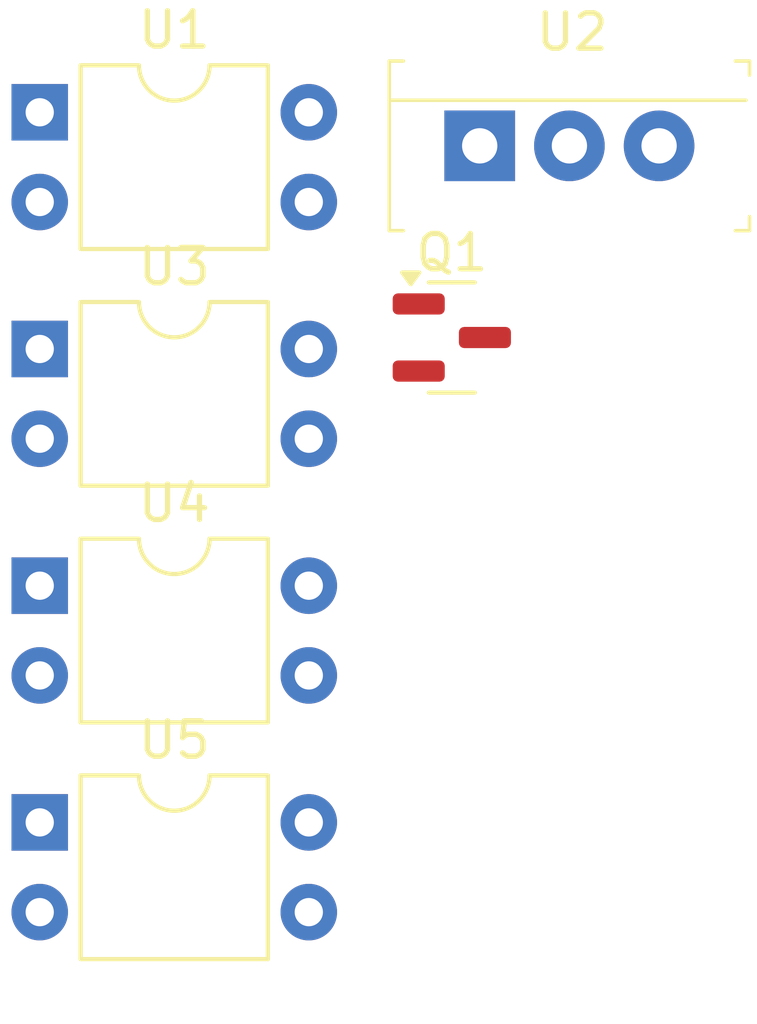
<source format=kicad_pcb>
(kicad_pcb (version 20240108) (generator "pcbnew") (generator_version "8.0")
  (layers (0 "F.Cu" signal) (31 "B.Cu" signal) (34 "B.Paste" user) (35 "F.Paste" user) (36 "B.SilkS" user "B.Silkscreen") (37 "F.SilkS" user "F.Silkscreen") (38 "B.Mask" user) (39 "F.Mask" user) (44 "Edge.Cuts" user))
  (net 0 "")
  (net 1 "/D")
  (net 2 "/12_FAN")
  (net 3 "Net-(Q1-G)")
  (net 4 "GND")
  (net 5 "/B1")
  (net 6 "+12V")
  (net 7 "/5_POS")
  (net 8 "/B2")
  (net 9 "/B3")
  (net 10 "/B4")
  (footprint "Package_DIP:DIP-4_W7.62mm" (layer "F.Cu") (at 116.305 84.835)
    (property "Reference" "U4" (at 3.81 -2.33 0) (layer "F.SilkS"))
    (property "Value" "PC817")
    (fp_line (start 1.16 -1.33) (end 1.16 3.87) (stroke (width 0.12)) (layer "F.SilkS"))
    (fp_line (start 1.16 3.87) (end 6.46 3.87) (stroke (width 0.12)) (layer "F.SilkS"))
    (fp_line (start 2.81 -1.33) (end 1.16 -1.33) (stroke (width 0.12)) (layer "F.SilkS"))
    (fp_line (start 6.46 -1.33) (end 4.81 -1.33) (stroke (width 0.12)) (layer "F.SilkS"))
    (fp_line (start 6.46 3.87) (end 6.46 -1.33) (stroke (width 0.12)) (layer "F.SilkS"))
    (fp_arc (start 4.81 -1.33) (mid 3.81 -0.33) (end 2.81 -1.33) (stroke (width 0.12)) (layer "F.SilkS"))
    (pad "1" thru_hole rect (at 0 0) (size 1.6 1.6) (drill 0.8) (layers "*.Cu" "*.Mask") (net 9 "/B3"))
    (pad "2" thru_hole oval (at 0 2.54) (size 1.6 1.6) (drill 0.8) (layers "*.Cu" "*.Mask") (net 4 "GND"))
    (pad "3" thru_hole oval (at 7.62 2.54) (size 1.6 1.6) (drill 0.8) (layers "*.Cu" "*.Mask") (net 4 "GND"))
    (pad "4" thru_hole oval (at 7.62 0) (size 1.6 1.6) (drill 0.8) (layers "*.Cu" "*.Mask") (net 2 "/12_FAN"))
  )
  (footprint "digikey-footprints:TO-220-3" (layer "F.Cu") (at 128.765 72.385)
    (property "Reference" "U2" (at 2.62 -3.22 0) (layer "F.SilkS"))
    (property "Value" "MC7805CT-BP")
    (fp_line (start -2.56 -2.4) (end -2.56 -2) (stroke (width 0.1)) (layer "F.SilkS"))
    (fp_line (start -2.56 -2.4) (end -2.16 -2.4) (stroke (width 0.1)) (layer "F.SilkS"))
    (fp_line (start -2.56 -1.29) (end 7.54 -1.29) (stroke (width 0.1)) (layer "F.SilkS"))
    (fp_line (start -2.56 2.4) (end -2.56 -2) (stroke (width 0.1)) (layer "F.SilkS"))
    (fp_line (start -2.56 2.4) (end -2.16 2.4) (stroke (width 0.1)) (layer "F.SilkS"))
    (fp_line (start 7.24 -2.4) (end 7.64 -2.4) (stroke (width 0.1)) (layer "F.SilkS"))
    (fp_line (start 7.64 -2.4) (end 7.64 -2) (stroke (width 0.1)) (layer "F.SilkS"))
    (fp_line (start 7.64 2.4) (end 7.24 2.4) (stroke (width 0.1)) (layer "F.SilkS"))
    (fp_line (start 7.64 2.4) (end 7.64 2) (stroke (width 0.1)) (layer "F.SilkS"))
    (pad "1" thru_hole rect (at 0 0) (size 2 2) (drill 1) (layers "*.Cu" "*.Mask") (net 7 "/5_POS"))
    (pad "2" thru_hole circle (at 2.54 0) (size 2 2) (drill 1) (layers "*.Cu" "*.Mask") (net 4 "GND"))
    (pad "3" thru_hole circle (at 5.08 0) (size 2 2) (drill 1) (layers "*.Cu" "*.Mask") (net 6 "+12V"))
  )
  (footprint "Package_DIP:DIP-4_W7.62mm" (layer "F.Cu") (at 116.305 78.135)
    (property "Reference" "U3" (at 3.81 -2.33 0) (layer "F.SilkS"))
    (property "Value" "PC817")
    (fp_line (start 1.16 -1.33) (end 1.16 3.87) (stroke (width 0.12)) (layer "F.SilkS"))
    (fp_line (start 1.16 3.87) (end 6.46 3.87) (stroke (width 0.12)) (layer "F.SilkS"))
    (fp_line (start 2.81 -1.33) (end 1.16 -1.33) (stroke (width 0.12)) (layer "F.SilkS"))
    (fp_line (start 6.46 -1.33) (end 4.81 -1.33) (stroke (width 0.12)) (layer "F.SilkS"))
    (fp_line (start 6.46 3.87) (end 6.46 -1.33) (stroke (width 0.12)) (layer "F.SilkS"))
    (fp_arc (start 4.81 -1.33) (mid 3.81 -0.33) (end 2.81 -1.33) (stroke (width 0.12)) (layer "F.SilkS"))
    (pad "1" thru_hole rect (at 0 0) (size 1.6 1.6) (drill 0.8) (layers "*.Cu" "*.Mask") (net 8 "/B2"))
    (pad "2" thru_hole oval (at 0 2.54) (size 1.6 1.6) (drill 0.8) (layers "*.Cu" "*.Mask") (net 4 "GND"))
    (pad "3" thru_hole oval (at 7.62 2.54) (size 1.6 1.6) (drill 0.8) (layers "*.Cu" "*.Mask") (net 4 "GND"))
    (pad "4" thru_hole oval (at 7.62 0) (size 1.6 1.6) (drill 0.8) (layers "*.Cu" "*.Mask") (net 2 "/12_FAN"))
  )
  (footprint "Package_DIP:DIP-4_W7.62mm" (layer "F.Cu") (at 116.305 91.535)
    (property "Reference" "U5" (at 3.81 -2.33 0) (layer "F.SilkS"))
    (property "Value" "PC817")
    (fp_line (start 1.16 -1.33) (end 1.16 3.87) (stroke (width 0.12)) (layer "F.SilkS"))
    (fp_line (start 1.16 3.87) (end 6.46 3.87) (stroke (width 0.12)) (layer "F.SilkS"))
    (fp_line (start 2.81 -1.33) (end 1.16 -1.33) (stroke (width 0.12)) (layer "F.SilkS"))
    (fp_line (start 6.46 -1.33) (end 4.81 -1.33) (stroke (width 0.12)) (layer "F.SilkS"))
    (fp_line (start 6.46 3.87) (end 6.46 -1.33) (stroke (width 0.12)) (layer "F.SilkS"))
    (fp_arc (start 4.81 -1.33) (mid 3.81 -0.33) (end 2.81 -1.33) (stroke (width 0.12)) (layer "F.SilkS"))
    (pad "1" thru_hole rect (at 0 0) (size 1.6 1.6) (drill 0.8) (layers "*.Cu" "*.Mask") (net 10 "/B4"))
    (pad "2" thru_hole oval (at 0 2.54) (size 1.6 1.6) (drill 0.8) (layers "*.Cu" "*.Mask") (net 4 "GND"))
    (pad "3" thru_hole oval (at 7.62 2.54) (size 1.6 1.6) (drill 0.8) (layers "*.Cu" "*.Mask") (net 4 "GND"))
    (pad "4" thru_hole oval (at 7.62 0) (size 1.6 1.6) (drill 0.8) (layers "*.Cu" "*.Mask") (net 2 "/12_FAN"))
  )
  (footprint "Package_DIP:DIP-4_W7.62mm" (layer "F.Cu") (at 116.305 71.435)
    (property "Reference" "U1" (at 3.81 -2.33 0) (layer "F.SilkS"))
    (property "Value" "PC817")
    (fp_line (start 1.16 -1.33) (end 1.16 3.87) (stroke (width 0.12)) (layer "F.SilkS"))
    (fp_line (start 1.16 3.87) (end 6.46 3.87) (stroke (width 0.12)) (layer "F.SilkS"))
    (fp_line (start 2.81 -1.33) (end 1.16 -1.33) (stroke (width 0.12)) (layer "F.SilkS"))
    (fp_line (start 6.46 -1.33) (end 4.81 -1.33) (stroke (width 0.12)) (layer "F.SilkS"))
    (fp_line (start 6.46 3.87) (end 6.46 -1.33) (stroke (width 0.12)) (layer "F.SilkS"))
    (fp_arc (start 4.81 -1.33) (mid 3.81 -0.33) (end 2.81 -1.33) (stroke (width 0.12)) (layer "F.SilkS"))
    (pad "1" thru_hole rect (at 0 0) (size 1.6 1.6) (drill 0.8) (layers "*.Cu" "*.Mask") (net 5 "/B1"))
    (pad "2" thru_hole oval (at 0 2.54) (size 1.6 1.6) (drill 0.8) (layers "*.Cu" "*.Mask") (net 4 "GND"))
    (pad "3" thru_hole oval (at 7.62 2.54) (size 1.6 1.6) (drill 0.8) (layers "*.Cu" "*.Mask") (net 4 "GND"))
    (pad "4" thru_hole oval (at 7.62 0) (size 1.6 1.6) (drill 0.8) (layers "*.Cu" "*.Mask") (net 2 "/12_FAN"))
  )
  (footprint "Package_TO_SOT_SMD:SOT-23" (layer "F.Cu") (at 127.975 77.81)
    (property "Reference" "Q1" (at 0 -2.4 0) (layer "F.SilkS"))
    (property "Value" "AO3401A")
    (fp_line (start 0 -1.56) (end -0.65 -1.56) (stroke (width 0.12)) (layer "F.SilkS"))
    (fp_line (start 0 -1.56) (end 0.65 -1.56) (stroke (width 0.12)) (layer "F.SilkS"))
    (fp_line (start 0 1.56) (end -0.65 1.56) (stroke (width 0.12)) (layer "F.SilkS"))
    (fp_line (start 0 1.56) (end 0.65 1.56) (stroke (width 0.12)) (layer "F.SilkS"))
    (fp_poly (pts (xy -1.1625 -1.51) (xy -1.4025 -1.84) (xy -0.9225 -1.84) (xy -1.1625 -1.51)) (stroke (width 0.12)) (fill solid) (layer "F.SilkS"))
    (pad "1" smd roundrect (at -0.9375 -0.95) (size 1.475 0.6) (layers "F.Cu" "F.Paste" "F.Mask") (net 3 "Net-(Q1-G)"))
    (pad "2" smd roundrect (at -0.9375 0.95) (size 1.475 0.6) (layers "F.Cu" "F.Paste" "F.Mask") (net 2 "/12_FAN"))
    (pad "3" smd roundrect (at 0.9375 0) (size 1.475 0.6) (layers "F.Cu" "F.Paste" "F.Mask") (net 1 "/D"))
  )
)
</source>
